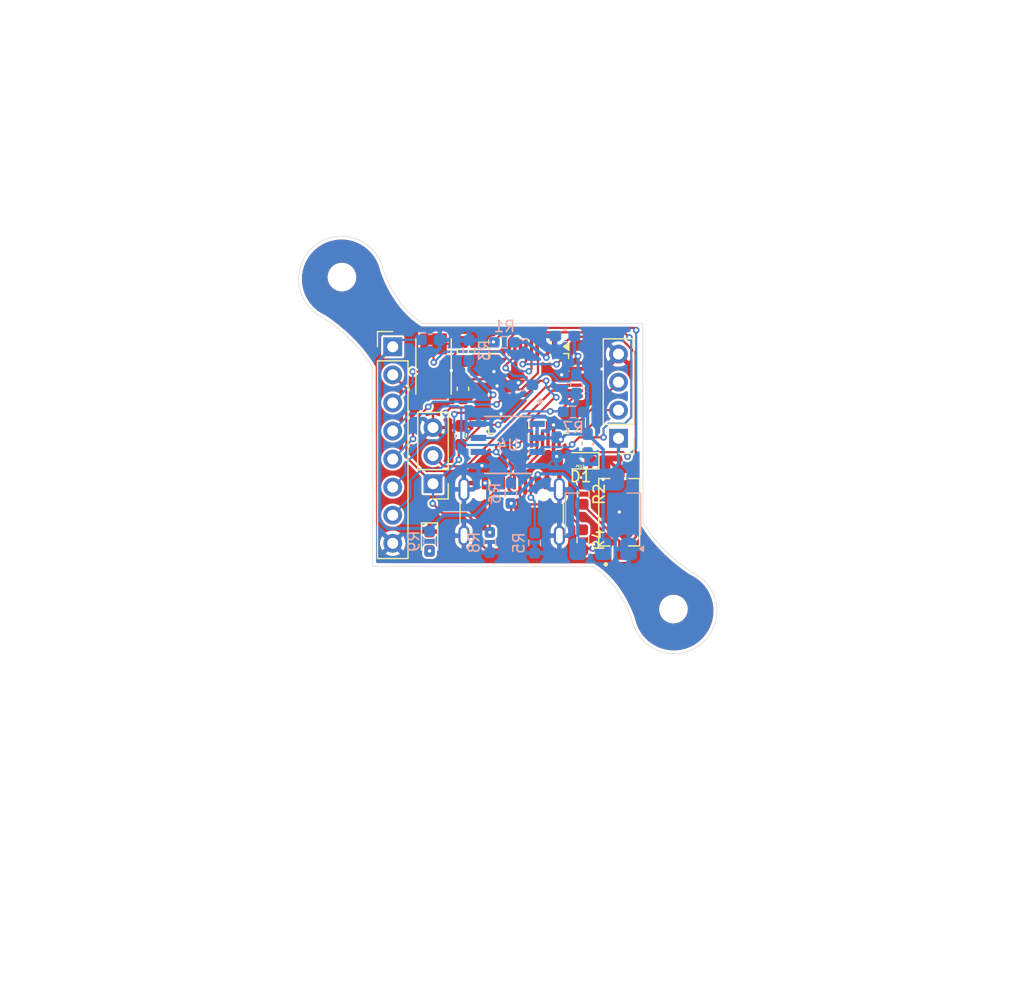
<source format=kicad_pcb>
(kicad_pcb (version 20241229) (generator "pcbnew") (generator_version "9.0")
  (layers (0 "F.Cu" power) (2 "B.Cu" power) (13 "F.Paste" user) (15 "B.Paste" user) (5 "F.SilkS" user "F.Silkscreen") (7 "B.SilkS" user "B.Silkscreen") (1 "F.Mask" user) (3 "B.Mask" user) (25 "Edge.Cuts" user))
  (net 0 "")
  (net 1 "3.3V_MAIN_POWER_RAIL")
  (net 2 "GND")
  (net 3 "5V_MAIN_INPUT_USB")
  (net 4 "HSE_IN")
  (net 5 "HSE_OUT")
  (net 6 "Net-(D1-A)")
  (net 7 "Net-(D2-A)")
  (net 8 "BOOT0")
  (net 9 "SWCKL")
  (net 10 "SWDIO")
  (net 11 "USB_D-")
  (net 12 "USB_D+")
  (net 13 "Net-(J3-CC2)")
  (net 14 "Net-(J3-CC1)")
  (net 15 "USART1_TX")
  (net 16 "TIM2_CH2")
  (net 17 "USART1_RX")
  (net 18 "I2C2_SDA")
  (net 19 "I2C2_SCL")
  (net 20 "LED_BINK")
  (net 21 "BOOT1")
  (net 22 "NRST")
  (net 23 "SENSOR_ANLG_OUT")
  (net 24 "I2C_SDA")
  (net 25 "I2C_SCL")
  (footprint "Connector_PinHeader_2.54mm:PinHeader_1x08_P2.54mm_Vertical" (layer "F.Cu") (at 171.0078 60.985)
    (property "Reference" "J4" (hide yes))
    (property "Value" "Conn_01x08" (hide yes))
  )
  (footprint "MountingHole:MountingHole_2.1mm" (layer "F.Cu") (at 166.41 54.68)
    (property "Reference" "REF**" (hide yes))
    (property "Value" "MountingHole_2.1mm" (hide yes))
  )
  (footprint "Connector_USB:USB_C_Receptacle_GCT_USB4105-xx-A_16P_TopMnt_Horizontal" (layer "F.Cu") (at 181.7678 76.995)
    (property "Reference" "J3" (hide yes))
    (property "Value" "USB_C_Receptacle_USB2.0_16P" (hide yes))
  )
  (footprint "Package_QFP:LQFP-48_7x7mm_P0.5mm" (layer "F.Cu") (at 183.31 65.21 -90)
    (property "Reference" "U1" (hide yes))
    (property "Value" "STM32F103C8T6" (hide yes))
  )
  (footprint "Capacitor_SMD:C_0603_1608Metric_Pad1.08x0.95mm_HandSolder" (layer "F.Cu") (at 177.36 64.7825 -90)
    (property "Reference" "C9" (hide yes))
    (property "Value" "33p")
  )
  (footprint "LED_SMD:LED_0603_1608Metric_Pad1.05x0.95mm_HandSolder" (layer "F.Cu") (at 188.005 71.3 180)
    (property "Reference" "D1")
    (property "Value" "LED")
  )
  (footprint "Connector_PinHeader_2.54mm:PinHeader_1x03_P2.54mm_Vertical" (layer "F.Cu") (at 174.6478 73.375 180)
    (property "Reference" "J1" (hide yes))
    (property "Value" "boot" (hide yes))
  )
  (footprint "ABM3-8.000MHZ-D2Y-T__ABRACON_8MHz_crystral:XTAL_ABM3-8.000MHZ-D2Y-T" (layer "F.Cu") (at 174.7 62.77 90)
    (property "Reference" "Y2" (hide yes))
    (property "Value" "8Mz")
  )
  (footprint "Capacitor_SMD:C_0603_1608Metric_Pad1.08x0.95mm_HandSolder" (layer "F.Cu") (at 177.35 61.4175 -90)
    (property "Reference" "C10" (hide yes))
    (property "Value" "33p")
  )
  (footprint "TS09-stm32_reset_original_button:SW_TS09-63-25-R-260-SMT-TR" (layer "F.Cu") (at 191.4978 75.955 90)
    (property "Reference" "SW1" (hide yes))
    (property "Value" "RESET_SWITCH" (hide yes))
  )
  (footprint "MountingHole:MountingHole_2.1mm" (layer "F.Cu") (at 196.41 84.72)
    (property "Reference" "REF**" (hide yes))
    (property "Value" "MountingHole_2.1mm" (hide yes))
  )
  (footprint "Connector_PinHeader_2.54mm:PinHeader_1x04_P2.54mm_Vertical" (layer "F.Cu") (at 191.4378 69.265 180)
    (property "Reference" "J2" (hide yes))
    (property "Value" "Conn_01x04" (hide yes))
  )
  (footprint "LED_SMD:LED_0603_1608Metric_Pad1.05x0.95mm_HandSolder" (layer "F.Cu") (at 174.34 78.585 -90)
    (property "Reference" "D2" (hide yes))
    (property "Value" "LED")
  )
  (footprint "Capacitor_SMD:C_0603_1608Metric_Pad1.08x0.95mm_HandSolder" (layer "F.Cu") (at 177.16 69 -90)
    (property "Reference" "C11" (hide yes))
    (property "Value" "1u")
  )
  (footprint "Resistor_SMD:R_0603_1608Metric_Pad0.98x0.95mm_HandSolder" (layer "F.Cu") (at 188.25 74.32 -90)
    (property "Reference" "R2")
    (property "Value" "10k")
  )
  (footprint "Resistor_SMD:R_0603_1608Metric_Pad0.98x0.95mm_HandSolder" (layer "F.Cu") (at 188.21 78.46 -90)
    (property "Reference" "R4")
    (property "Value" "1.5k")
  )
  (footprint "Resistor_SMD:R_0603_1608Metric_Pad0.98x0.95mm_HandSolder" (layer "B.Cu") (at 183.85 78.74 -90)
    (property "Reference" "R5")
    (property "Value" "5k1")
  )
  (footprint "Package_TO_SOT_SMD:SOT-223-3_TabPin2" (layer "B.Cu") (at 190.0478 76.135 90)
    (property "Reference" "U2" (hide yes))
    (property "Value" "AMS1117-3.3" (hide yes))
  )
  (footprint "Resistor_SMD:R_0603_1608Metric_Pad0.98x0.95mm_HandSolder" (layer "B.Cu") (at 177.91 61.31 90)
    (property "Reference" "R3")
    (property "Value" "10k")
  )
  (footprint "Resistor_SMD:R_0603_1608Metric_Pad0.98x0.95mm_HandSolder" (layer "B.Cu") (at 187.34 66.88)
    (property "Reference" "R7")
    (property "Value" "4k7" (hide yes))
  )
  (footprint "Resistor_SMD:R_0603_1608Metric_Pad0.98x0.95mm_HandSolder" (layer "B.Cu") (at 179.79 78.69 -90)
    (property "Reference" "R8")
    (property "Value" "5k1")
  )
  (footprint "Capacitor_SMD:C_0603_1608Metric_Pad1.08x0.95mm_HandSolder" (layer "B.Cu") (at 174.4025 60.36)
    (property "Reference" "C5" (hide yes))
    (property "Value" "10u")
  )
  (footprint "Capacitor_SMD:C_0603_1608Metric_Pad1.08x0.95mm_HandSolder" (layer "B.Cu") (at 182.77 64.43 180)
    (property "Reference" "C2" (hide yes))
    (property "Value" "100n")
  )
  (footprint "ul_AS5600L-ASOM:AS5600L-ASOM_AMS" (layer "B.Cu") (at 181.4178 69.865 180)
    (property "Reference" "U4")
    (property "Value" "AS5600L-ASOM")
  )
  (footprint "Capacitor_SMD:C_0603_1608Metric_Pad1.08x0.95mm_HandSolder" (layer "B.Cu") (at 186.5775 60.01 180)
    (property "Reference" "C4" (hide yes))
    (property "Value" "10u")
  )
  (footprint "Resistor_SMD:R_0603_1608Metric_Pad0.98x0.95mm_HandSolder" (layer "B.Cu") (at 181.69 74.2425 -90)
    (property "Reference" "R6")
    (property "Value" "4k7")
  )
  (footprint "Capacitor_SMD:C_0603_1608Metric_Pad1.08x0.95mm_HandSolder" (layer "B.Cu") (at 185.84 70.04 -90)
    (property "Reference" "C1" (hide yes))
    (property "Value" "100n")
  )
  (footprint "Resistor_SMD:R_0603_1608Metric_Pad0.98x0.95mm_HandSolder" (layer "B.Cu") (at 181.11 60.58 180)
    (property "Reference" "R1")
    (property "Value" "330")
  )
  (footprint "Capacitor_SMD:C_0603_1608Metric_Pad1.08x0.95mm_HandSolder" (layer "B.Cu") (at 187.62 64.36 -90)
    (property "Reference" "C3" (hide yes))
    (property "Value" "100n")
  )
  (footprint "Capacitor_SMD:C_0603_1608Metric_Pad1.08x0.95mm_HandSolder" (layer "B.Cu") (at 188.64 69.74 -90)
    (property "Reference" "C6" (hide yes))
    (property "Value" "22u")
  )
  (footprint "Resistor_SMD:R_0603_1608Metric_Pad0.98x0.95mm_HandSolder" (layer "B.Cu") (at 174.34 78.58 -90)
    (property "Reference" "R9")
    (property "Value" "330")
  )
  (gr_line (start 169.17 62.88) (end 169.1978 80.855) (stroke (width 0.05)) (layer "Edge.Cuts"))
  (gr_curve (pts (xy 173.7 58.86) (xy 171.08 57.22) (xy 170.15 54) (xy 170.149998 54)) (stroke (width 0.05)) (layer "Edge.Cuts"))
  (gr_curve (pts (xy 169.17 62.88) (xy 167.57 60.12) (xy 164.74609 58.380071) (xy 164.746093 58.380072)) (stroke (width 0.05)) (layer "Edge.Cuts"))
  (gr_curve (pts (xy 189.12 80.88) (xy 191.74 82.52) (xy 192.67 85.74) (xy 192.670002 85.74)) (stroke (width 0.05)) (layer "Edge.Cuts"))
  (gr_arc (start 198.073907 81.359928) (mid 198.890991 87.891568) (end 192.670002 85.74) (stroke (width 0.05)) (layer "Edge.Cuts"))
  (gr_line (start 193.65 76.86) (end 193.6378 58.875) (stroke (width 0.05)) (layer "Edge.Cuts"))
  (gr_arc (start 164.746093 58.380072) (mid 163.929009 51.848432) (end 170.149998 54) (stroke (width 0.05)) (layer "Edge.Cuts"))
  (gr_line (start 169.1978 80.855) (end 189.12 80.88) (stroke (width 0.05)) (layer "Edge.Cuts"))
  (gr_line (start 193.6378 58.875) (end 173.7 58.86) (stroke (width 0.05)) (layer "Edge.Cuts"))
  (gr_curve (pts (xy 193.65 76.86) (xy 195.25 79.62) (xy 198.07391 81.359929) (xy 198.073907 81.359928)) (stroke (width 0.05)) (layer "Edge.Cuts"))
  (gr_curve (pts (xy 169.22 63.05) (xy 169.22 63.05) (xy 169.22 63.05) (xy 169.22 63.05)) (stroke (width 0.05)) (layer "Edge.Cuts"))
  (gr_text "PC13" (at 187.96 71.8 0) (layer "F.SilkS") (effects (font (size 0.2 0.2) (thickness 0.05) (bold yes))))
  (segment (start 189.11 79.24) (end 188.43 79.24) (width 0.3) (layer "F.Cu") (net 1))
  (segment (start 181.73 78.45) (end 181.73 78.43) (width 0.2) (layer "F.Cu") (net 1))
  (segment (start 175.52 76.06) (end 177.65 76.06) (width 0.2) (layer "F.Cu") (net 1))
  (segment (start 176.99 70.0325) (end 177.16 69.8625) (width 0.2) (layer "F.Cu") (net 1))
  (segment (start 181.22875 62.91) (end 181.22875 62.650074) (width 0.2) (layer "F.Cu") (net 1))
  (segment (start 187.4725 62.155) (end 187.7875 61.84) (width 0.3) (layer "F.Cu") (net 1))
  (segment (start 188.25 73.32) (end 189.7128 73.32) (width 0.3) (layer "F.Cu") (net 1))
  (segment (start 172.239 70.9662) (end 172.239 64.7562) (width 0.2) (layer "F.Cu") (net 1))
  (segment (start 179.48 79.33) (end 180.85 79.33) (width 0.2) (layer "F.Cu") (net 1))
  (segment (start 182.06 61.818824) (end 182.06 61.0475) (width 0.2) (layer "F.Cu") (net 1))
  (segment (start 177.16 69.8625) (end 177.245 69.8625) (width 0.2) (layer "F.Cu") (net 1))
  (segment (start 178.8 78.3) (end 178.8 78.65) (width 0.2) (layer "F.Cu") (net 1))
  (segment (start 174.6478 73.375) (end 172.239 70.9662) (width 0.2) (layer "F.Cu") (net 1))
  (segment (start 188.43 79.24) (end 188.21 79.46) (width 0.3) (layer "F.Cu") (net 1))
  (segment (start 180.85 79.33) (end 181.73 78.45) (width 0.2) (layer "F.Cu") (net 1))
  (segment (start 177.65 76.06) (end 178.8 77.21) (width 0.2) (layer "F.Cu") (net 1))
  (segment (start 181.22875 62.650074) (end 182.06 61.818824) (width 0.2) (layer "F.Cu") (net 1))
  (segment (start 177.245 69.8625) (end 179.1475 67.96) (width 0.2) (layer "F.Cu") (net 1))
  (segment (start 180.5462 68.035213) (end 179.222713 68.035213) (width 0.2) (layer "F.Cu") (net 1))
  (segment (start 172.239 64.7562) (end 171.0078 63.525) (width 0.2) (layer "F.Cu") (net 1))
  (segment (start 176.99 71.2) (end 176.99 70.0325) (width 0.2) (layer "F.Cu") (net 1))
  (segment (start 187.4725 62.46) (end 187.4725 62.155) (width 0.3) (layer "F.Cu") (net 1))
  (segment (start 178.8 78.65) (end 179.4 79.25) (width 0.2) (layer "F.Cu") (net 1))
  (segment (start 179.4 79.25) (end 179.48 79.33) (width 0.2) (layer "F.Cu") (net 1))
  (segment (start 189.7128 73.32) (end 190.0478 72.985) (width 0.3) (layer "F.Cu") (net 1))
  (segment (start 181.73 78.43) (end 181.73 75.16) (width 0.2) (layer "F.Cu") (net 1))
  (segment (start 186.21 69.3725) (end 186.06 69.3725) (width 0.2) (layer "F.Cu") (net 1))
  (segment (start 178.8 77.21) (end 178.8 78.3) (width 0.2) (layer "F.Cu") (net 1))
  (segment (start 174.63 75.17) (end 175.52 76.06) (width 0.2) (layer "F.Cu") (net 1))
  (via (at 180.5462 68.035213) (size 0.6) (drill 0.3) (layers "F.Cu" "B.Cu") (net 1))
  (via (at 181.22875 62.91) (size 0.6) (drill 0.3) (layers "F.Cu" "B.Cu") (net 1))
  (via (at 181.73 75.16) (size 0.6) (drill 0.3) (layers "F.Cu" "B.Cu") (net 1))
  (via (at 174.63 75.17) (size 0.6) (drill 0.3) (layers "F.Cu" "B.Cu") (net 1))
  (via (at 176.99 71.2) (size 0.6) (drill 0.3) (layers "F.Cu" "B.Cu") (net 1))
  (via (at 190.0478 72.985) (size 0.6) (drill 0.3) (layers "F.Cu" "B.Cu") (net 1))
  (via (at 187.7875 61.84) (size 0.6) (drill 0.3) (layers "F.Cu" "B.Cu") (net 1))
  (via (at 186.21 69.3725) (size 0.6) (drill 0.3) (layers "F.Cu" "B.Cu") (net 1))
  (via (at 189.11 79.24) (size 0.6) (drill 0.3) (layers "F.Cu" "B.Cu") (net 1))
  (segment (start 174.6478 73.375) (end 174.815 73.375) (width 0.2) (layer "B.Cu") (net 1))
  (segment (start 186.041057 64.121) (end 186.9965 64.121) (width 0.2) (layer "B.Cu") (net 1))
  (segment (start 183.6325 65.077443) (end 183.6325 64.43) (width 0.2) (layer "B.Cu") (net 1))
  (segment (start 191.4378 71.595) (end 190.0478 72.985) (width 0.3) (layer "B.Cu") (net 1))
  (segment (start 190.0478 79.285) (end 189.155 79.285) (width 0.3) (layer "B.Cu") (net 1))
  (segment (start 190.0478 79.285) (end 190.0478 72.985) (width 0.3) (layer "B.Cu") (net 1))
  (segment (start 184.0707 67.96) (end 184.0707 69.23) (width 0.3) (layer "B.Cu") (net 1))
  (segment (start 187.7875 63.33) (end 187.62 63.4975) (width 0.3) (layer "B.Cu") (net 1))
  (segment (start 186.21 69.3725) (end 186.705 68.8775) (width 0.3) (layer "B.Cu") (net 1))
  (segment (start 187.44 60.01) (end 187.44 61.4925) (width 0.3) (layer "B.Cu") (net 1))
  (segment (start 188.2525 66.88) (end 188.2525 68.49) (width 0.3) (layer "B.Cu") (net 1))
  (segment (start 188.64 68.8775) (end 190.0478 70.2853) (width 0.3) (layer "B.Cu") (net 1))
  (segment (start 191.4378 69.265) (end 191.4378 71.595) (width 0.3) (layer "B.Cu") (net 1))
  (segment (start 181.95775 63.639) (end 182.8415 63.639) (width 0.2) (layer "B.Cu") (net 1))
  (segment (start 182.8415 63.639) (end 183.6325 64.43) (width 0.2) (layer "B.Cu") (net 1))
  (segment (start 186.9965 64.121) (end 187.62 63.4975) (width 0.2) (layer "B.Cu") (net 1))
  (segment (start 187.7875 61.84) (end 187.7875 63.33) (width 0.3) (layer "B.Cu") (net 1))
  (segment (start 181.22875 62.91) (end 181.95775 63.639) (width 0.2) (layer "B.Cu") (net 1))
  (segment (start 185.379057 63.459) (end 186.041057 64.121) (width 0.2) (layer "B.Cu") (net 1))
  (segment (start 174.815 73.375) (end 176.99 71.2) (width 0.2) (layer "B.Cu") (net 1))
  (segment (start 187.44 61.4925) (end 187.7875 61.84) (width 0.3) (layer "B.Cu") (net 1))
  (segment (start 174.6478 75.1522) (end 174.63 75.17) (width 0.2) (layer "B.Cu") (net 1))
  (segment (start 188.64 68.8775) (end 188.64 64.5175) (width 0.3) (layer "B.Cu") (net 1))
  (segment (start 180.67473 68.035213) (end 183.6325 65.077443) (width 0.2) (layer "B.Cu") (net 1))
  (segment (start 190.0478 70.2853) (end 190.0478 72.985) (width 0.3) (layer "B.Cu") (net 1))
  (segment (start 184.0707 69.23) (end 186.0675 69.23) (width 0.3) (layer "B.Cu") (net 1))
  (segment (start 186.035 69.3725) (end 185.84 69.1775) (width 0.2) (layer "B.Cu") (net 1))
  (segment (start 186.21 69.3725) (end 186.035 69.3725) (width 0.2) (layer "B.Cu") (net 1))
  (segment (start 188.2525 68.49) (end 188.64 68.8775) (width 0.3) (layer "B.Cu") (net 1))
  (segment (start 189.155 79.285) (end 189.11 79.24) (width 0.3) (layer "B.Cu") (net 1))
  (segment (start 174.6478 73.375) (end 174.6478 75.1522) (width 0.2) (layer "B.Cu") (net 1))
  (segment (start 183.6325 64.43) (end 184.6035 63.459) (width 0.2) (layer "B.Cu") (net 1))
  (segment (start 187.41 63.4975) (end 187.62 63.4975) (width 0.2) (layer "B.Cu") (net 1))
  (segment (start 186.0675 69.23) (end 186.21 69.3725) (width 0.3) (layer "B.Cu") (net 1))
  (segment (start 184.6035 63.459) (end 185.379057 63.459) (width 0.2) (layer "B.Cu") (net 1))
  (segment (start 186.705 68.8775) (end 188.64 68.8775) (width 0.3) (layer "B.Cu") (net 1))
  (segment (start 180.5462 68.035213) (end 180.67473 68.035213) (width 0.2) (layer "B.Cu") (net 1))
  (segment (start 188.64 64.5175) (end 187.62 63.4975) (width 0.3) (layer "B.Cu") (net 1))
  (segment (start 180.81 67.05) (end 180.68147 67.05) (width 0.2) (layer "F.Cu") (net 2))
  (segment (start 189.83 74.26) (end 191.51 75.94) (width 0.3) (layer "F.Cu") (net 2))
  (segment (start 176.5379 65.645) (end 175.8239 66.359) (width 0.2) (layer "F.Cu") (net 2))
  (segment (start 186.29 63.52) (end 186.811 62.999) (width 0.3) (layer "F.Cu") (net 2))
  (segment (start 174.6478 68.295) (end 174.6478 66.9922) (width 0.2) (layer "F.Cu") (net 2))
  (segment (start 180.16 63.23) (end 180.14 63.23) (width 0.3) (layer "F.Cu") (net 2))
  (segment (start 186.29 63.52) (end 186.9125 63.52) (width 0.3) (layer "F.Cu") (net 2))
  (segment (start 189.95 62.999) (end 190.331 62.999) (width 0.3) (layer "F.Cu") (net 2))
  (segment (start 182.56 61.89) (end 182.56 61.0475) (width 0.2) (layer "F.Cu") (net 2))
  (segment (start 178.475 64.53) (end 180.45 64.53) (width 0.3) (layer "F.Cu") (net 2))
  (segment (start 176.5 63.13) (end 177.35 62.28) (width 0.3) (layer "F.Cu") (net 2))
  (segment (start 186.9125 63.52) (end 187.4725 62.96) (width 0.3) (layer "F.Cu") (net 2))
  (segment (start 182.168 64.028) (end 182.168 62.282) (width 0.2) (layer "F.Cu") (net 2))
  (segment (start 186.4578 74.26) (end 189.83 74.26) (width 0.3) (layer "F.Cu") (net 2))
  (segment (start 180.68147 67.05) (end 180.27147 67.46) (width 0.2) (layer "F.Cu") (net 2))
  (segment (start 182.168 62.282) (end 182.56 61.89) (width 0.2) (layer "F.Cu") (net 2))
  (segment (start 186.811 62.999) (end 189.95 62.999) (width 0.3) (layer "F.Cu") (net 2))
  (segment (start 180.14 63.23) (end 179.19 62.28) (width 0.3) (layer "F.Cu") (net 2))
  (segment (start 184.9678 71.7747) (end 185.84 70.9025) (width 0.3) (layer "F.Cu") (net 2))
  (segment (start 177.0025 68.295) (end 177.16 68.1375) (width 0.3) (layer "F.Cu") (net 2))
  (segment (start 186.0878 73.89) (end 186.4578 74.26) (width 0.3) (layer "F.Cu") (net 2))
  (segment (start 185.56 69.3725) (end 185.56 70.6225) (width 0.3) (layer "F.Cu") (net 2))
  (segment (start 184.9678 73.315) (end 184.9678 71.7747) (width 0.3) (layer "F.Cu") (net 2))
  (segment (start 179.1475 67.46) (end 177.8375 67.46) (width 0.2) (layer "F.Cu") (net 2))
  (segment (start 185.56 70.6225) (end 185.84 70.9025) (width 0.3) (layer "F.Cu") (net 2))
  (segment (start 191.4378 61.645) (end 191.4378 61.8922) (width 0.3) (layer "F.Cu") (net 2))
  (segment (start 174.8053 68.1375) (end 174.6478 68.295) (width 0.2) (layer "F.Cu") (net 2))
  (segment (start 174.6478 68.295) (end 177.0025 68.295) (width 0.3) (layer "F.Cu") (net 2))
  (segment (start 177.36 65.645) (end 178.475 64.53) (width 0.3) (layer "F.Cu") (net 2))
  (segment (start 177.8375 67.46) (end 177.16 68.1375) (width 0.2) (layer "F.Cu") (net 2))
  (segment (start 179.19 62.28) (end 177.35 62.28) (width 0.3) (layer "F.Cu") (net 2))
  (segment (start 190.331 62.999) (end 190.59 62.74) (width 0.3) (layer "F.Cu") (net 2))
  (segment (start 188.88 71.3) (end 190.5928 71.3) (width 0.3) (layer "F.Cu") (net 2))
  (segment (start 182.38 64.24) (end 182.168 64.028) (width 0.2) (layer "F.Cu") (net 2))
  (segment (start 191.4378 61.645) (end 191.4378 61.8222) (width 0.2) (layer "F.Cu") (net 2))
  (segment (start 175.8239 66.359) (end 175.281 66.359) (width 0.2) (layer "F.Cu") (net 2))
  (segment (start 176.31 63.13) (end 176.5 63.13) (width 0.3) (layer "F.Cu") (net 2))
  (segment (start 175.281 66.359) (end 174.6478 66.9922) (width 0.2) (layer "F.Cu") (net 2))
  (segment (start 191.4378 61.8922) (end 190.59 62.74) (width 0.3) (layer "F.Cu") (net 2))
  (segment (start 185.56 68.06) (end 185.56 69.3725) (width 0.3) (layer "F.Cu") (net 2))
  (segment (start 190.5928 71.3) (end 191.4978 72.205) (width 0.3) (layer "F.Cu") (net 2))
  (segment (start 180.27147 67.46) (end 179.1475 67.46) (width 0.2) (layer "F.Cu") (net 2))
  (segment (start 177.36 65.645) (end 176.5379 65.645) (width 0.2) (layer "F.Cu") (net 2))
  (via (at 182.38 64.24) (size 0.6) (drill 0.3) (layers "F.Cu" "B.Cu") (net 2))
  (via (at 191.51 75.94) (size 0.6) (drill 0.3) (layers "F.Cu" "B.Cu") (net 2))
  (via (at 180.81 67.05) (size 0.6) (drill 0.3) (layers "F.Cu" "B.Cu") (net 2))
  (via (at 180.45 64.53) (size 0.6) (drill 0.3) (layers "F.Cu" "B.Cu") (net 2))
  (via (at 185.56 68.06) (size 0.6) (drill 0.3) (layers "F.Cu" "B.Cu") (net 2))
  (via (at 189.95 62.999) (size 0.6) (drill 0.3) (layers "F.Cu" "B.Cu") (net 2))
  (via (at 180.16 63.23) (size 0.6) (drill 0.3) (layers "F.Cu" "B.Cu") (net 2))
  (via (at 185.84 70.9025) (size 0.6) (drill 0.3) (layers "F.Cu" "B.Cu") (net 2))
  (via (at 176.31 63.13) (size 0.6) (drill 0.3) (layers "F.Cu" "B.Cu") (net 2))
  (via (at 179.08 71.74) (size 0.6) (drill 0.3) (layers "F.Cu" "B.Cu") (net 2))
  (via (at 186.29 63.52) (size 0.6) (drill 0.3) (layers "F.Cu" "B.Cu") (net 2))
  (segment (start 182.0975 64.24) (end 181.9075 64.43) (width 0.2) (layer "B.Cu") (net 2))
  (segment (start 175.265 60.36) (end 177.86 60.36) (width 0.2) (layer "B.Cu") (net 2))
  (segment (start 183.78 71.77) (end 184.9725 71.77) (width 0.2) (layer "B.Cu") (net 2))
  (segment (start 188.34 70.9025) (end 188.64 70.6025) (width 0.2) (layer "B.Cu") (net 2))
  (segment (start 192.3478 76.7778) (end 191.51 75.94) (width 0.3) (layer "B.Cu") (net 2))
  (segment (start 184.9725 71.77) (end 185.84 70.9025) (width 0.2) (layer "B.Cu") (net 2))
  (segment (start 177.86 60.36) (end 177.91 60.31) (width 0.2) (layer "B.Cu") (net 2))
  (segment (start 180.16 63.23) (end 181.36 64.43) (width 0.3) (layer "B.Cu") (net 2))
  (segment (start 182.38 64.24) (end 182.0975 64.24) (width 0.2) (layer "B.Cu") (net 2))
  (segment (start 180.81 67.05) (end 181.9075 65.9525) (width 0.2) (layer "B.Cu") (net 2))
  (segment (start 180.45 64.53) (end 181.8075 64.53) (width 0.3) (layer "B.Cu") (net 2))
  (segment (start 179.0556 71.7644) (end 179.08 71.74) (width 0.2) (layer "B.Cu") (net 2))
  (segment (start 181.36 64.43) (end 181.9075 64.43) (width 0.3) (layer "B.Cu") (net 2))
  (segment (start 179.9656 67.05) (end 179.0556 67.96) (width 0.2) (layer "B.Cu") (net 2))
  (segment (start 181.8075 64.53) (end 181.9075 64.43) (width 0.3) (layer "B.Cu") (net 2))
  (segment (start 192.3478 79.285) (end 192.3478 76.7778) (width 0.3) (layer "B.Cu") (net 2))
  (segment (start 180.81 67.05) (end 179.9656 67.05) (width 0.2) (layer "B.Cu") (net 2))
  (segment (start 181.9075 65.9525) (end 181.9075 64.43) (width 0.2) (layer "B.Cu") (net 2))
  (segment (start 185.84 70.9025) (end 188.34 70.9025) (width 0.2) (layer "B.Cu") (net 2))
  (segment (start 179.0556 71.77) (end 179.0556 71.7644) (width 0.2) (layer "B.Cu") (net 2))
  (segment (start 181.9175 64.44) (end 181.9075 64.43) (width 0.2) (layer "B.Cu") (net 2))
  (segment (start 184.14 73.2872) (end 184.1678 73.315) (width 0.3) (layer "F.Cu") (net 3))
  (segment (start 184.14 72.549402) (end 184.14 73.2872) (width 0.3) (layer "F.Cu") (net 3))
  (via (at 184.14 72.549402) (size 0.6) (drill 0.3) (layers "F.Cu" "B.Cu") (net 3))
  (via (at 179.3678 73.315) (size 0.6) (drill 0.3) (layers "F.Cu" "B.Cu") (net 3))
  (segment (start 171.6328 60.36) (end 171.0078 60.985) (width 0.2) (layer "B.Cu") (net 3))
  (segment (start 179.6038 75.0762) (end 179.6038 73.551) (width 0.3) (layer "B.Cu") (net 3))
  (segment (start 182.439402 74.25) (end 180.3028 74.25) (width 0.3) (layer "B.Cu") (net 3))
  (segment (start 179.6038 73.551) (end 179.3678 73.315) (width 0.3) (layer "B.Cu") (net 3))
  (segment (start 174.0985 77.426) (end 174.34 77.6675) (width 0.3) (layer "B.Cu") (net 3))
  (segment (start 174.34 77.4775) (end 175.5875 76.23) (width 0.3) (layer "B.Cu") (net 3))
  (segment (start 174.34 77.6675) (end 174.34 77.4775) (width 0.3) (layer "B.Cu") (net 3))
  (segment (start 169.8068 62.186) (end 171.0078 60.985) (width 0.3) (layer "B.Cu") (net 3))
  (segment (start 186.440296 72.489) (end 184.200402 72.489) (width 0.3) (layer "B.Cu") (net 3))
  (segment (start 170.510329 77.426) (end 174.0985 77.426) (width 0.3) (layer "B.Cu") (net 3))
  (segment (start 173.54 60.36) (end 171.6328 60.36) (width 0.2) (layer "B.Cu") (net 3))
  (segment (start 170.510329 77.426) (end 169.8068 76.722471) (width 0.3) (layer "B.Cu") (net 3))
  (segment (start 175.5875 76.23) (end 178.45 76.23) (width 0.3) (layer "B.Cu") (net 3))
  (segment (start 187.7478 79.285) (end 187.7478 73.796504) (width 0.3) (layer "B.Cu") (net 3))
  (segment (start 178.45 76.23) (end 179.6038 75.0762) (width 0.3) (layer "B.Cu") (net 3))
  (segment (start 180.3028 74.25) (end 179.3678 73.315) (width 0.3) (layer "B.Cu") (net 3))
  (segment (start 187.7478 73.796504) (end 186.440296 72.489) (width 0.3) (layer "B.Cu") (net 3))
  (segment (start 169.8068 76.722471) (end 169.8068 62.186) (width 0.3) (layer "B.Cu") (net 3))
  (segment (start 184.200402 72.489) (end 184.14 72.549402) (width 0.3) (layer "B.Cu") (net 3))
  (segment (start 184.14 72.549402) (end 182.439402 74.25) (width 0.3) (layer "B.Cu") (net 3))
  (segment (start 169.8488 76.17) (end 169.8488 76.61) (width 0.2) (layer "B.Cu") (net 3))
  (segment (start 169.8488 76.17) (end 169.8488 76.34) (width 0.2) (layer "B.Cu") (net 3))
  (segment (start 184.15 61.1375) (end 184.06 61.0475) (width 0.2) (layer "F.Cu") (net 4))
  (segment (start 177.36 63.92) (end 175.6 63.92) (width 0.2) (layer "F.Cu") (net 4))
  (segment (start 181.15 63.92) (end 182.08 64.85) (width 0.2) (layer "F.Cu") (net 4))
  (segment (start 175.6 63.92) (end 174.7 64.82) (width 0.2) (layer "F.Cu") (net 4))
  (segment (start 182.65 64.85) (end 184.15 63.35) (width 0.2) (layer "F.Cu") (net 4))
  (segment (start 177.36 63.92) (end 181.15 63.92) (width 0.2) (layer "F.Cu") (net 4))
  (segment (start 182.08 64.85) (end 182.65 64.85) (width 0.2) (layer "F.Cu") (net 4))
  (segment (start 184.15 63.35) (end 184.15 61.1375) (width 0.2) (layer "F.Cu") (net 4))
  (segment (start 174.7 62.38) (end 174.72 62.4) (width 0.2) (layer "F.Cu") (net 5))
  (segment (start 183.56 62.97) (end 183.56 61.0475) (width 0.2) (layer "F.Cu") (net 5))
  (segment (start 176.975 60.555) (end 176.81 60.72) (width 0.2) (layer "F.Cu") (net 5))
  (segment (start 183.33 63.2) (end 183.56 62.97) (width 0.2) (layer "F.Cu") (net 5))
  (segment (start 174.7 60.72) (end 174.7 62.38) (width 0.2) (layer "F.Cu") (net 5))
  (segment (start 176.81 60.72) (end 174.7 60.72) (width 0.2) (layer "F.Cu") (net 5))
  (segment (start 177.35 60.555) (end 176.975 60.555) (width 0.2) (layer "F.Cu") (net 5))
  (via (at 174.72 62.4) (size 0.6) (drill 0.3) (layers "F.Cu" "B.Cu") (net 5))
  (via (at 183.33 63.2) (size 0.6) (drill 0.3) (layers "F.Cu" "B.Cu") (net 5))
  (segment (start 175.686 61.434) (end 174.72 62.4) (width 0.2) (layer "B.Cu") (net 5))
  (segment (start 180.764057 61.434) (end 175.686 61.434) (width 0.2) (layer "B.Cu") (net 5))
  (segment (start 182.530057 63.2) (end 183.33 63.2) (width 0.2) (layer "B.Cu") (net 5))
  (segment (start 180.764057 61.434) (end 182.530057 63.2) (width 0.2) (layer "B.Cu") (net 5))
  (segment (start 187.91 70.52) (end 187.13 71.3) (width 0.2) (layer "F.Cu") (net 6))
  (segment (start 192.8368 59.276) (end 193.0368 59.476) (width 0.2) (layer "F.Cu") (net 6))
  (segment (start 192.25 70.92) (end 191.85 70.52) (width 0.2) (layer "F.Cu") (net 6))
  (segment (start 191.85 70.52) (end 187.91 70.52) (width 0.2) (layer "F.Cu") (net 6))
  (segment (start 180.12 60.54) (end 181.384 59.276) (width 0.2) (layer "F.Cu") (net 6))
  (segment (start 182.54 59.276) (end 192.8368 59.276) (width 0.2) (layer "F.Cu") (net 6))
  (segment (start 181.384 59.276) (end 182.54 59.276) (width 0.2) (layer "F.Cu") (net 6))
  (via (at 193.0368 59.476) (size 0.6) (drill 0.3) (layers "F.Cu" "B.Cu") (net 6))
  (via (at 180.12 60.54) (size 0.6) (drill 0.3) (layers "F.Cu" "B.Cu") (net 6))
  (via (at 192.25 70.92) (size 0.6) (drill 0.3) (layers "F.Cu" "B.Cu") (net 6))
  (segment (start 193.0368 70.1332) (end 192.25 70.92) (width 0.2) (layer "B.Cu") (net 6))
  (segment (start 193.0368 59.476) (end 193.0368 70.1332) (width 0.2) (layer "B.Cu") (net 6))
  (segment (start 180.11 60.58) (end 180.11 60.55) (width 0.2) (layer "B.Cu") (net 6))
  (segment (start 180.11 60.55) (end 180.12 60.54) (width 0.2) (layer "B.Cu") (net 6))
  (via (at 174.34 79.46) (size 0.6) (drill 0.3) (layers "F.Cu" "B.Cu") (net 7))
  (segment (start 184.809 64.661) (end 185.138943 64.661) (width 0.2) (layer "F.Cu") (net 8))
  (segment (start 185.138943 64.661) (end 185.339943 64.46) (width 0.2) (layer "F.Cu") (net 8))
  (segment (start 177.669 71.801) (end 184.809 64.661) (width 0.2) (layer "F.Cu") (net 8))
  (segment (start 185.339943 64.46) (end 187.4725 64.46) (width 0.2) (layer "F.Cu") (net 8))
  (segment (start 174.6478 70.835) (end 175.6138 71.801) (width 0.2) (layer "F.Cu") (net 8))
  (segment (start 175.6138 71.801) (end 177.669 71.801) (width 0.2) (layer "F.Cu") (net 8))
  (segment (start 191.4378 64.185) (end 187.6628 67.96) (width 0.2) (layer "F.Cu") (net 9))
  (segment (start 187.6628 67.96) (end 187.4725 67.96) (width 0.2) (layer "F.Cu") (net 9))
  (segment (start 191.4378 66.725) (end 190.315 66.725) (width 0.2) (layer "F.Cu") (net 10))
  (segment (start 185.109 68.552176) (end 185.109 69.3235) (width 0.2) (layer "F.Cu") (net 10))
  (segment (start 186.161 68.121) (end 186.161 67.811057) (width 0.2) (layer "F.Cu") (net 10))
  (segment (start 186.161 67.811057) (end 185.808943 67.459) (width 0.2) (layer "F.Cu") (net 10))
  (segment (start 184.959 67.811057) (end 184.959 68.409) (width 0.2) (layer "F.Cu") (net 10))
  (segment (start 184.959 68.409) (end 185.105588 68.555589) (width 0.2) (layer "F.Cu") (net 10))
  (segment (start 185.311057 67.459) (end 184.959 67.811057) (width 0.2) (layer "F.Cu") (net 10))
  (segment (start 186.451 68.411) (end 186.161 68.121) (width 0.2) (layer "F.Cu") (net 10))
  (segment (start 185.808943 67.459) (end 185.311057 67.459) (width 0.2) (layer "F.Cu") (net 10))
  (segment (start 188.629 68.411) (end 186.451 68.411) (width 0.2) (layer "F.Cu") (net 10))
  (segment (start 185.109 69.3235) (end 185.06 69.3725) (width 0.2) (layer "F.Cu") (net 10))
  (segment (start 185.105588 68.555589) (end 185.109 68.552176) (width 0.2) (layer "F.Cu") (net 10))
  (segment (start 190.315 66.725) (end 188.629 68.411) (width 0.2) (layer "F.Cu") (net 10))
  (segment (start 184.06 70.174724) (end 183.943395 70.291329) (width 0.2) (layer "F.Cu") (net 11))
  (segment (start 184.06 69.3725) (end 184.06 70.174724) (width 0.2) (layer "F.Cu") (net 11))
  (segment (start 183.943395 70.291329) (end 183.827437 70.407287) (width 0.2) (layer "F.Cu") (net 11))
  (segment (start 181.87 72.04) (end 181.67 72.24) (width 0.2) (layer "F.Cu") (net 11))
  (segment (start 182.793486 71.441238) (end 182.774724 71.46) (width 0.2) (layer "F.Cu") (net 11))
  (segment (start 181.0178 72.706176) (end 181.284976 72.439) (width 0.2) (layer "F.Cu") (net 11))
  (segment (start 181.67 72.24) (end 181.483976 72.24) (width 0.2) (layer "F.Cu") (net 11))
  (segment (start 182.868744 71.36598) (end 183.192934 71.04179) (width 0.2) (layer "F.Cu") (net 11))
  (segment (start 181.483976 72.24) (end 181.284976 72.439) (width 0.2) (layer "F.Cu") (net 11))
  (segment (start 181.0178 72.7022) (end 181.0178 73.315) (width 0.2) (layer "F.Cu") (net 11))
  (segment (start 182.774724 71.46) (end 182.43 71.46) (width 0.2) (layer "F.Cu") (net 11))
  (segment (start 182.03 71.06) (end 181.81 71.06) (width 0.2) (layer "F.Cu") (net 11))
  (segment (start 181.284976 72.439) (end 181.750624 72.439) (width 0.2) (layer "F.Cu") (net 11))
  (segment (start 182.793486 71.441238) (end 182.868744 71.36598) (width 0.2) (layer "F.Cu") (net 11))
  (segment (start 181.0178 73.315) (end 181.0178 72.706176) (width 0.2) (layer "F.Cu") (net 11))
  (segment (start 183.827437 70.407287) (end 183.192934 71.04179) (width 0.2) (layer "F.Cu") (net 11))
  (segment (start 181.750624 72.439) (end 182.0178 72.706176) (width 0.2) (layer "F.Cu") (net 11))
  (segment (start 181.59 71.28) (end 181.59 71.48) (width 0.2) (layer "F.Cu") (net 11))
  (segment (start 182.0178 72.706176) (end 182.0178 73.315) (width 0.2) (layer "F.Cu") (net 11))
  (segment (start 181.87 71.76) (end 181.87 72.04) (width 0.2) (layer "F.Cu") (net 11))
  (segment (start 181.81 71.06) (end 181.59 71.28) (width 0.2) (layer "F.Cu") (net 11))
  (segment (start 181.59 71.48) (end 181.87 71.76) (width 0.2) (layer "F.Cu") (net 11))
  (segment (start 182.43 71.46) (end 182.03 71.06) (width 0.2) (layer "F.Cu") (net 11))
  (segment (start 184.56 70.23) (end 184.461 70.329) (width 0.2) (layer "F.Cu") (net 12))
  (segment (start 185.991 75.241) (end 183.273857 75.241) (width 0.2) (layer "F.Cu") (net 12))
  (segment (start 183.141684 71.72394) (end 183.18106 71.72394) (width 0.2) (layer "F.Cu") (net 12))
  (segment (start 182.5178 74.484943) (end 182.5178 73.315) (width 0.2) (layer "F.Cu") (net 12))
  (segment (start 183.273857 75.241) (end 182.5178 74.484943) (width 0.2) (layer "F.Cu") (net 12))
  (segment (start 184.461 70.444) (end 183.983806 70.921194) (width 0.2) (layer "F.Cu") (net 12))
  (segment (start 184.461 70.329) (end 184.461 70.444) (width 0.2) (layer "F.Cu") (net 12))
  (segment (start 183.071667 71.730157) (end 182.5178 72.284024) (width 0.2) (layer "F.Cu") (net 12))
  (segment (start 182.5178 72.284024) (end 182.5178 73.315) (width 0.2) (layer "F.Cu") (net 12))
  (segment (start 181.784976 74.191) (end 182.250624 74.191) (width 0.2) (layer "F.Cu") (net 12))
  (segment (start 183.983806 70.921194) (end 183.6311 71.2739) (width 0.2) (layer "F.Cu") (net 12))
  (segment (start 182.250624 74.191) (end 182.5178 73.923824) (width 0.2) (layer "F.Cu") (net 12))
  (segment (start 182.5178 73.923824) (end 182.5178 73.315) (width 0.2) (layer "F.Cu") (net 12))
  (segment (start 184.56 69.3725) (end 184.56 70.23) (width 0.2) (layer "F.Cu") (net 12))
  (segment (start 188.21 77.46) (end 185.991 75.241) (width 0.2) (layer "F.Cu") (net 12))
  (segment (start 181.5178 73.923824) (end 181.784976 74.191) (width 0.2) (layer "F.Cu") (net 12))
  (segment (start 183.077884 71.72394) (end 183.141684 71.72394) (width 0.2) (layer "F.Cu") (net 12))
  (segment (start 183.077884 71.72394) (end 183.071667 71.730157) (width 0.2) (layer "F.Cu") (net 12))
  (segment (start 183.18106 71.72394) (end 183.6311 71.2739) (width 0.2) (layer "F.Cu") (net 12))
  (segment (start 181.5178 73.315) (end 181.5178 73.923824) (width 0.2) (layer "F.Cu") (net 12))
  (segment (start 183.5078 73.325) (end 183.5178 73.315) (width 0.2) (layer "F.Cu") (net 13))
  (segment (start 183.5078 74.625) (end 183.5078 73.325) (width 0.2) (layer "F.Cu") (net 13))
  (via (at 183.5078 74.625) (size 0.6) (drill 0.3) (layers "F.Cu" "B.Cu") (net 13))
  (segment (start 183.85 74.9672) (end 183.85 77.8275) (width 0.2) (layer "B.Cu") (net 13))
  (segment (start 183.3978 74.735) (end 183.5078 74.625) (width 0.2) (layer "B.Cu") (net 13))
  (segment (start 183.5078 74.625) (end 183.85 74.9672) (width 0.2) (layer "B.Cu") (net 13))
  (segment (start 180.4778 73.355) (end 180.5178 73.315) (width 0.2) (layer "F.Cu") (net 14))
  (segment (start 180.5178 73.8322) (end 179.79 74.56) (width 0.2) (layer "F.Cu") (net 14))
  (segment (start 180.5178 73.315) (end 180.5178 73.8322) (width 0.2) (layer "F.Cu") (net 14))
  (segment (start 179.79 74.56) (end 179.79 77.7775) (width 0.2) (layer "F.Cu") (net 14))
  (via (at 179.79 77.7775) (size 0.6) (drill 0.3) (layers "F.Cu" "B.Cu") (net 14))
  (segment (start 183.06 69.3725) (end 182.8175 69.3725) (width 0.2) (layer "F.Cu") (net 15))
  (segment (start 182.8175 69.3725) (end 182.32 69.87) (width 0.2) (layer "F.Cu") (net 15))
  (via (at 182.32 69.87) (size 0.6) (drill 0.3) (layers "F.Cu" "B.Cu") (net 15))
  (segment (start 177.21 66.66) (end 177.22 66.65) (width 0.2) (layer "B.Cu") (net 15))
  (segment (start 175.541057 66.359) (end 174.879057 67.021) (width 0.2) (layer "B.Cu") (net 15))
  (segment (start 182.32 69.87) (end 177.72 69.87) (width 0.2) (layer "B.Cu") (net 15))
  (segment (start 176.929 66.359) (end 175.541057 66.359) (width 0.2) (layer "B.Cu") (net 15))
  (segment (start 174.879057 67.021) (end 172.5918 67.021) (width 0.2) (layer "B.Cu") (net 15))
  (segment (start 172.5918 67.021) (end 171.0078 68.605) (width 0.2) (layer "B.Cu") (net 15))
  (segment (start 177.72 69.87) (end 177.21 69.36) (width 0.2) (layer "B.Cu") (net 15))
  (segment (start 177.21 69.36) (end 177.21 66.66) (width 0.2) (layer "B.Cu") (net 15))
  (segment (start 177.22 66.65) (end 176.929 66.359) (width 0.2) (layer "B.Cu") (net 15))
  (segment (start 176.882866 61.3935) (end 180.714 61.3935) (width 0.2) (layer "F.Cu") (net 16))
  (segment (start 172.82 63.23) (end 175.046366 63.23) (width 0.2) (layer "F.Cu") (net 16))
  (segment (start 175.046366 63.23) (end 176.882866 61.3935) (width 0.2) (layer "F.Cu") (net 16))
  (segment (start 180.714 61.3935) (end 181.06 61.0475) (width 0.2) (layer "F.Cu") (net 16))
  (via (at 172.82 63.23) (size 0.6) (drill 0.3) (layers "F.Cu" "B.Cu") (net 16))
  (segment (start 172.82 64.2528) (end 171.0078 66.065) (width 0.2) (layer "B.Cu") (net 16))
  (segment (start 172.82 63.23) (end 172.82 64.2528) (width 0.2) (layer "B.Cu") (net 16))
  (segment (start 182.98 65.43) (end 184.35 64.06) (width 0.2) (layer "F.Cu") (net 17))
  (segment (start 181.17 65.43) (end 182.98 65.43) (width 0.2) (layer "F.Cu") (net 17))
  (segment (start 172.84 67.8) (end 174.22 66.42) (width 0.2) (layer "F.Cu") (net 17))
  (segment (start 183.56 67.66) (end 183.56 69.3725) (width 0.2) (layer "F.Cu") (net 17))
  (segment (start 184.35 64.06) (end 184.89 64.06) (width 0.2) (layer "F.Cu") (net 17))
  (segment (start 180.4 66.2) (end 181.17 65.43) (width 0.2) (layer "F.Cu") (net 17))
  (segment (start 185.66 65.56) (end 185.81 65.56) (width 0.2) (layer "F.Cu") (net 17))
  (segment (start 183.56 67.66) (end 185.66 65.56) (width 0.2) (layer "F.Cu") (net 17))
  (segment (start 172.84 69.32) (end 172.84 67.8) (width 0.2) (layer "F.Cu") (net 17))
  (via (at 184.89 64.06) (size 0.6) (drill 0.3) (layers "F.Cu" "B.Cu") (net 17))
  (via (at 172.84 69.32) (size 0.6) (drill 0.3) (layers "F.Cu" "B.Cu") (net 17))
  (via (at 174.22 66.42) (size 0.6) (drill 0.3) (layers "F.Cu" "B.Cu") (net 17))
  (via (at 185.81 65.56) (size 0.6) (drill 0.3) (layers "F.Cu" "B.Cu") (net 17))
  (via (at 180.4 66.2) (size 0.6) (drill 0.3) (layers "F.Cu" "B.Cu") (net 17))
  (segment (start 174.22 66.42) (end 174.682 65.958) (width 0.2) (layer "B.Cu") (net 17))
  (segment (start 178.308057 65.958) (end 178.550057 66.2) (width 0.2) (layer "B.Cu") (net 17))
  (segment (start 171.0078 71.145) (end 172.8328 69.32) (width 0.2) (layer "B.Cu") (net 17))
  (segment (start 178.550057 66.2) (end 180.4 66.2) (width 0.2) (layer "B.Cu") (net 17))
  (segment (start 184.89 64.06) (end 184.89 64.64) (width 0.2) (layer "B.Cu") (net 17))
  (segment (start 172.8328 69.32) (end 172.84 69.32) (width 0.2) (layer "B.Cu") (net 17))
  (segment (start 174.682 65.958) (end 178.308057 65.958) (width 0.2) (layer "B.Cu") (net 17))
  (segment (start 184.89 64.64) (end 185.81 65.56) (width 0.2) (layer "B.Cu") (net 17))
  (segment (start 179.1475 66.96) (end 176.707765 66.96) (width 0.2) (layer "F.Cu") (net 18))
  (segment (start 176.707765 66.96) (end 176.584265 67.0835) (width 0.2) (layer "F.Cu") (net 18))
  (segment (start 171.0078 76.225) (end 171.0078 76.0822) (width 0.2) (layer "F.Cu") (net 18))
  (via (at 176.584265 67.0835) (size 0.6) (drill 0.3) (layers "F.Cu" "B.Cu") (net 18))
  (segment (start 175.24 72.09) (end 176.57 70.76) (width 0.2) (layer "B.Cu") (net 18))
  (segment (start 171.0078 76.225) (end 171.445 76.225) (width 0.2) (layer "B.Cu") (net 18))
  (segment (start 176.57 70.76) (end 176.57 67.097765) (width 0.2) (layer "B.Cu") (net 18))
  (segment (start 171.0078 76.225) (end 172.6 74.6328) (width 0.2) (layer "B.Cu") (net 18))
  (segment (start 172.6 73.08) (end 173.59 72.09) (width 0.2) (layer "B.Cu") (net 18))
  (segment (start 172.6 74.6328) (end 172.6 73.08) (width 0.2) (layer "B.Cu") (net 18))
  (segment (start 173.59 72.09) (end 175.24 72.09) (width 0.2) (layer "B.Cu") (net 18))
  (segment (start 176.57 67.097765) (end 176.584265 67.0835) (width 0.2) (layer "B.Cu") (net 18))
  (segment (start 175.79 66.96) (end 176.2665 66.4835) (width 0.2) (layer "F.Cu") (net 19))
  (segment (start 179.124 66.4835) (end 179.1475 66.46) (width 0.2) (layer "F.Cu") (net 19))
  (segment (start 176.2665 66.4835) (end 179.124 66.4835) (width 0.2) (layer "F.Cu") (net 19))
  (via (at 175.79 66.96) (size 0.6) (drill 0.3) (layers "F.Cu" "B.Cu") (net 19))
  (segment (start 175.7988 68.77176) (end 175.7988 66.9688) (width 0.2) (layer "B.Cu") (net 19))
  (segment (start 175.7988 66.9688) (end 175.79 66.96) (width 0.2) (layer "B.Cu") (net 19))
  (segment (start 172.1588 72.534) (end 172.1588 71.5412) (width 0.2) (layer "B.Cu") (net 19))
  (segment (start 174.254 69.446) (end 175.12456 69.446) (width 0.2) (layer "B.Cu") (net 19))
  (segment (start 171.0078 73.685) (end 172.1588 72.534) (width 0.2) (layer "B.Cu") (net 19))
  (segment (start 175.12456 69.446) (end 175.7988 68.77176) (width 0.2) (layer "B.Cu") (net 19))
  (segment (start 172.1588 71.5412) (end 174.254 69.446) (width 0.2) (layer "B.Cu") (net 19))
  (segment (start 184.91 61.96) (end 184.91 61.6975) (width 0.3) (layer "F.Cu") (net 20))
  (segment (start 184.91 61.6975) (end 185.56 61.0475) (width 0.3) (layer "F.Cu") (net 20))
  (via (at 184.91 61.96) (size 0.6) (drill 0.3) (layers "F.Cu" "B.Cu") (net 20))
  (segment (start 184.91 61.96) (end 183.11 60.58) (width 0.3) (layer "B.Cu") (net 20))
  (segment (start 183.11 60.58) (end 182.0225 60.58) (width 0.3) (layer "B.Cu") (net 20))
  (segment (start 179.47 65.96) (end 180.1 65.33) (width 0.3) (layer "F.Cu") (net 21))
  (segment (start 179.1475 65.96) (end 179.47 65.96) (width 0.3) (layer "F.Cu") (net 21))
  (via (at 180.1 65.33) (size 0.6) (drill 0.3) (layers "F.Cu" "B.Cu") (net 21))
  (segment (start 180.1 65.33) (end 177.91 63.14) (width 0.3) (layer "B.Cu") (net 21))
  (segment (start 177.91 63.14) (end 177.91 62.31) (width 0.3) (layer "B.Cu") (net 21))
  (segment (start 192.170602 60.751455) (end 192.172015 60.751455) (width 0.2) (layer "F.Cu") (net 22))
  (segment (start 187.142 60.078) (end 191.49856 60.078) (width 0.2) (layer "F.Cu") (net 22))
  (segment (start 188.25 75.32) (end 191.4978 78.5678) (width 0.2) (layer "F.Cu") (net 22))
  (segment (start 191.49856 60.078) (end 191.818545 60.397985) (width 0.2) (layer "F.Cu") (net 22))
  (segment (start 191.4978 78.5678) (end 191.4978 79.705) (width 0.2) (layer "F.Cu") (net 22))
  (segment (start 192.999 78.2038) (end 191.4978 79.705) (width 0.2) (layer "F.Cu") (net 22))
  (segment (start 185.83 62.57) (end 186.34 62.06) (width 0.2) (layer "F.Cu") (net 22))
  (segment (start 183.06 62.3) (end 183.06 61.0475) (width 0.2) (layer "F.Cu") (net 22))
  (segment (start 191.818545 60.397985) (end 191.818545 60.399398) (width 0.2) (layer "F.Cu") (net 22))
  (segment (start 186.34 62.06) (end 186.34 60.88) (width 0.2) (layer "F.Cu") (net 22))
  (segment (start 186.34 60.88) (end 187.142 60.078) (width 0.2) (layer "F.Cu") (net 22))
  (segment (start 182.769 62.560707) (end 182.799293 62.560707) (width 0.2) (layer "F.Cu") (net 22))
  (segment (start 192.172015 60.751455) (end 192.999 61.57844) (width 0.2) (layer "F.Cu") (net 22))
  (segment (start 192.999 61.57844) (end 192.999 78.2038) (width 0.2) (layer "F.Cu") (net 22))
  (segment (start 191.818545 60.399398) (end 192.170602 60.751455) (width 0.2) (layer "F.Cu") (net 22))
  (segment (start 182.799293 62.560707) (end 183.06 62.3) (width 0.2) (layer "F.Cu") (net 22))
  (via (at 182.769 62.560707) (size 0.6) (drill 0.3) (layers "F.Cu" "B.Cu") (net 22))
  (via (at 185.83 62.57) (size 0.6) (drill 0.3) (layers "F.Cu" "B.Cu") (net 22))
  (segment (start 185.82 62.56) (end 185.83 62.57) (width 0.2) (layer "B.Cu") (net 22))
  (segment (start 182.769 62.560707) (end 182.769707 62.56) (width 0.2) (layer "B.Cu") (net 22))
  (segment (start 182.769707 62.56) (end 185.82 62.56) (width 0.2) (layer "B.Cu") (net 22))
  (segment (start 187.24 69.82) (end 187.88 69.18) (width 0.2) (layer "F.Cu") (net 23))
  (segment (start 181.56 60.276176) (end 181.56 61.0475) (width 0.2) (layer "F.Cu") (net 23))
  (segment (start 191.94609 59.677) (end 182.159176 59.677) (width 0.2) (layer "F.Cu") (net 23))
  (segment (start 182.159176 59.677) (end 181.56 60.276176) (width 0.2) (layer "F.Cu") (net 23))
  (segment (start 192.419545 60.150455) (end 191.94609 59.677) (width 0.2) (layer "F.Cu") (net 23))
  (segment (start 187.88 69.18) (end 190.08 69.18) (width 0.2) (layer "F.Cu") (net 23))
  (via (at 187.24 69.82) (size 0.6) (drill 0.3) (layers "F.Cu" "B.Cu") (net 23))
  (via (at 190.08 69.18) (size 0.6) (drill 0.3) (layers "F.Cu" "B.Cu") (net 23))
  (via (at 192.419545 60.150455) (size 0.6) (drill 0.3) (layers "F.Cu" "B.Cu") (net 23))
  (segment (start 184.0707 70.5) (end 184.5067 70.064) (width 0.2) (layer "B.Cu") (net 23))
  (segment (start 192.419545 60.150455) (end 192.419545 60.357345) (width 0.2) (layer "B.Cu") (net 23))
  (segment (start 190.08 68.39) (end 190.52 67.95) (width 0.2) (layer "B.Cu") (net 23))
  (segment (start 191.99 67.95) (end 192.59 67.35) (width 0.2) (layer "B.Cu") (net 23))
  (segment (start 184.5067 70.064) (end 186.996 70.064) (width 0.2) (layer "B.Cu") (net 23))
  (segment (start 192.59 60.32091) (end 192.419545 60.150455) (width 0.2) (layer "B.Cu") (net 23))
  (segment (start 192.59 67.35) (end 192.59 60.32091) (width 0.2) (layer "B.Cu") (net 23))
  (segment (start 192.34509 60.076) (end 192.554448 60.285358) (width 0.2) (layer "B.Cu") (net 23))
  (segment (start 190.52 67.95) (end 191.99 67.95) (width 0.2) (layer "B.Cu") (net 23))
  (segment (start 186.996 70.064) (end 187.24 69.82) (width 0.2) (layer "B.Cu") (net 23))
  (segment (start 192.419545 60.150455) (end 192.34509 60.076) (width 0.2) (layer "B.Cu") (net 23))
  (segment (start 190.08 69.18) (end 190.08 68.39) (width 0.2) (layer "B.Cu") (net 23))
  (segment (start 180.36 70.5) (end 180.36 70.02) (width 0.2) (layer "F.Cu") (net 24))
  (segment (start 180.36 70.02) (end 185.42 64.96) (width 0.2) (layer "F.Cu") (net 24))
  (segment (start 185.42 64.96) (end 187.4725 64.96) (width 0.2) (layer "F.Cu") (net 24))
  (via (at 180.36 70.5) (size 0.6) (drill 0.3) (layers "F.Cu" "B.Cu") (net 24))
  (segment (start 181.69 71.83) (end 181.69 73.33) (width 0.2) (layer "B.Cu") (net 24))
  (segment (start 180.36 70.5) (end 181.69 71.83) (width 0.2) (layer "B.Cu") (net 24))
  (segment (start 179.0556 70.5) (end 180.36 70.5) (width 0.2) (layer "B.Cu") (net 24))
  (segment (start 185.26 66.83) (end 186.1025 66.83) (width 0.2) (layer "F.Cu") (net 25))
  (segment (start 186.1025 66.83) (end 187.4725 65.46) (width 0.2) (layer "F.Cu") (net 25))
  (via (at 185.26 66.83) (size 0.6) (drill 0.3) (layers "F.Cu" "B.Cu") (net 25))
  (segment (start 182.601356 66.83) (end 185.26 66.83) (width 0.2) (layer "B.Cu") (net 25))
  (segment (start 180.201356 69.23) (end 182.601356 66.83) (width 0.2) (layer "B.Cu") (net 25))
  (segment (start 185.26 66.83) (end 186.3775 66.83) (width 0.2) (layer "B.Cu") (net 25))
  (segment (start 186.3775 66.83) (end 186.4275 66.88) (width 0.2) (layer "B.Cu") (net 25))
  (segment (start 178.7649 69.23) (end 180.201356 69.23) (width 0.2) (layer "B.Cu") (net 25))
  (zone (net 2) (net_name "GND") (layer "F.Cu") (priority 1) (connect_pads (clearance 0.2)) (min_thickness 0.25) (fill yes (thermal_gap 0.3) (thermal_bridge_width 0.4))
    (polygon (pts (xy 135.47 30.19) (xy 228.13 29.86) (xy 228.13 117.39) (xy 135.97 116.57)))
  )
  (zone (net 2) (net_name "GND") (layer "B.Cu") (connect_pads (clearance 0.2)) (min_thickness 0.25) (fill yes (thermal_gap 0.3) (thermal_bridge_width 0.4))
    (polygon (pts (xy 135.7278 29.605) (xy 228.0378 29.765) (xy 228.0478 118.475) (xy 135.7178 118.285)))
  )
)
</source>
